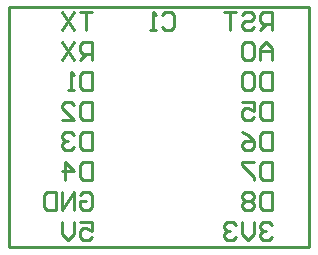
<source format=gbo>
G04 Layer_Color=32896*
%FSLAX25Y25*%
%MOIN*%
G70*
G01*
G75*
%ADD10C,0.01000*%
D10*
X97500Y187500D02*
X155000D01*
X175000D01*
X107500Y107500D02*
X122500D01*
X172500D02*
X187500D01*
X197500D01*
X122500D02*
X172500D01*
X97500D02*
X107500D01*
X97500D02*
Y187500D01*
X197500Y107500D02*
Y187500D01*
X175000D02*
X197500D01*
X148501Y184998D02*
X149501Y185998D01*
X151500D01*
X152500Y184998D01*
Y181000D01*
X151500Y180000D01*
X149501D01*
X148501Y181000D01*
X146502Y180000D02*
X144503D01*
X145502D01*
Y185998D01*
X146502Y184998D01*
X125000Y185998D02*
X121001D01*
X123001D01*
Y180000D01*
X119002Y185998D02*
X115003Y180000D01*
Y185998D02*
X119002Y180000D01*
X125000Y170000D02*
Y175998D01*
X122001D01*
X121001Y174998D01*
Y172999D01*
X122001Y171999D01*
X125000D01*
X123001D02*
X121001Y170000D01*
X119002Y175998D02*
X115003Y170000D01*
Y175998D02*
X119002Y170000D01*
X125000Y165998D02*
Y160000D01*
X122001D01*
X121001Y161000D01*
Y164998D01*
X122001Y165998D01*
X125000D01*
X119002Y160000D02*
X117003D01*
X118002D01*
Y165998D01*
X119002Y164998D01*
X125000Y155998D02*
Y150000D01*
X122001D01*
X121001Y151000D01*
Y154998D01*
X122001Y155998D01*
X125000D01*
X115003Y150000D02*
X119002D01*
X115003Y153999D01*
Y154998D01*
X116003Y155998D01*
X118002D01*
X119002Y154998D01*
X125000Y145998D02*
Y140000D01*
X122001D01*
X121001Y141000D01*
Y144998D01*
X122001Y145998D01*
X125000D01*
X119002Y144998D02*
X118002Y145998D01*
X116003D01*
X115003Y144998D01*
Y143999D01*
X116003Y142999D01*
X117003D01*
X116003D01*
X115003Y141999D01*
Y141000D01*
X116003Y140000D01*
X118002D01*
X119002Y141000D01*
X125000Y135998D02*
Y130000D01*
X122001D01*
X121001Y131000D01*
Y134998D01*
X122001Y135998D01*
X125000D01*
X116003Y130000D02*
Y135998D01*
X119002Y132999D01*
X115003D01*
X121001Y124998D02*
X122001Y125998D01*
X124000D01*
X125000Y124998D01*
Y121000D01*
X124000Y120000D01*
X122001D01*
X121001Y121000D01*
Y122999D01*
X123001D01*
X119002Y120000D02*
Y125998D01*
X115003Y120000D01*
Y125998D01*
X113004D02*
Y120000D01*
X110005D01*
X109005Y121000D01*
Y124998D01*
X110005Y125998D01*
X113004D01*
X121001Y115998D02*
X125000D01*
Y112999D01*
X123001Y113999D01*
X122001D01*
X121001Y112999D01*
Y111000D01*
X122001Y110000D01*
X124000D01*
X125000Y111000D01*
X119002Y115998D02*
Y111999D01*
X117003Y110000D01*
X115003Y111999D01*
Y115998D01*
X185000Y180000D02*
Y185998D01*
X182001D01*
X181001Y184998D01*
Y182999D01*
X182001Y181999D01*
X185000D01*
X183001D02*
X181001Y180000D01*
X175003Y184998D02*
X176003Y185998D01*
X178002D01*
X179002Y184998D01*
Y183999D01*
X178002Y182999D01*
X176003D01*
X175003Y181999D01*
Y181000D01*
X176003Y180000D01*
X178002D01*
X179002Y181000D01*
X173004Y185998D02*
X169005D01*
X171004D01*
Y180000D01*
X185000Y170000D02*
Y173999D01*
X183001Y175998D01*
X181001Y173999D01*
Y170000D01*
Y172999D01*
X185000D01*
X179002Y174998D02*
X178002Y175998D01*
X176003D01*
X175003Y174998D01*
Y171000D01*
X176003Y170000D01*
X178002D01*
X179002Y171000D01*
Y174998D01*
X185000Y165998D02*
Y160000D01*
X182001D01*
X181001Y161000D01*
Y164998D01*
X182001Y165998D01*
X185000D01*
X179002Y164998D02*
X178002Y165998D01*
X176003D01*
X175003Y164998D01*
Y161000D01*
X176003Y160000D01*
X178002D01*
X179002Y161000D01*
Y164998D01*
X185000Y155998D02*
Y150000D01*
X182001D01*
X181001Y151000D01*
Y154998D01*
X182001Y155998D01*
X185000D01*
X175003D02*
X179002D01*
Y152999D01*
X177003Y153999D01*
X176003D01*
X175003Y152999D01*
Y151000D01*
X176003Y150000D01*
X178002D01*
X179002Y151000D01*
X185000Y145998D02*
Y140000D01*
X182001D01*
X181001Y141000D01*
Y144998D01*
X182001Y145998D01*
X185000D01*
X175003D02*
X177003Y144998D01*
X179002Y142999D01*
Y141000D01*
X178002Y140000D01*
X176003D01*
X175003Y141000D01*
Y141999D01*
X176003Y142999D01*
X179002D01*
X185000Y135998D02*
Y130000D01*
X182001D01*
X181001Y131000D01*
Y134998D01*
X182001Y135998D01*
X185000D01*
X179002D02*
X175003D01*
Y134998D01*
X179002Y131000D01*
Y130000D01*
X185000Y125998D02*
Y120000D01*
X182001D01*
X181001Y121000D01*
Y124998D01*
X182001Y125998D01*
X185000D01*
X179002Y124998D02*
X178002Y125998D01*
X176003D01*
X175003Y124998D01*
Y123999D01*
X176003Y122999D01*
X175003Y121999D01*
Y121000D01*
X176003Y120000D01*
X178002D01*
X179002Y121000D01*
Y121999D01*
X178002Y122999D01*
X179002Y123999D01*
Y124998D01*
X178002Y122999D02*
X176003D01*
X185000Y114998D02*
X184000Y115998D01*
X182001D01*
X181001Y114998D01*
Y113999D01*
X182001Y112999D01*
X183001D01*
X182001D01*
X181001Y111999D01*
Y111000D01*
X182001Y110000D01*
X184000D01*
X185000Y111000D01*
X179002Y115998D02*
Y111999D01*
X177003Y110000D01*
X175003Y111999D01*
Y115998D01*
X173004Y114998D02*
X172004Y115998D01*
X170005D01*
X169005Y114998D01*
Y113999D01*
X170005Y112999D01*
X171004D01*
X170005D01*
X169005Y111999D01*
Y111000D01*
X170005Y110000D01*
X172004D01*
X173004Y111000D01*
M02*

</source>
